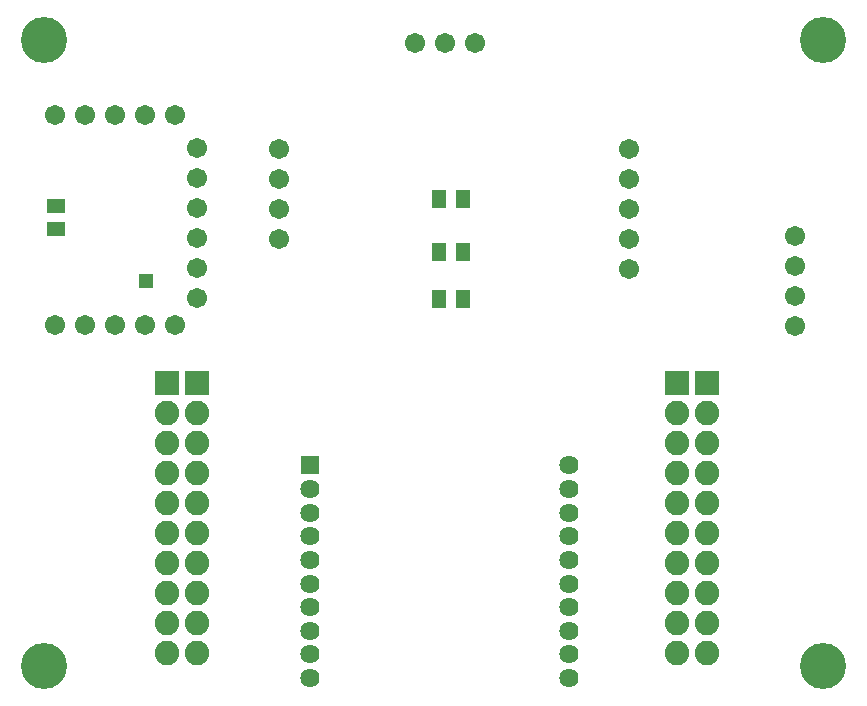
<source format=gbs>
G75*
%MOIN*%
%OFA0B0*%
%FSLAX25Y25*%
%IPPOS*%
%LPD*%
%AMOC8*
5,1,8,0,0,1.08239X$1,22.5*
%
%ADD10C,0.15367*%
%ADD11R,0.08200X0.08200*%
%ADD12C,0.08200*%
%ADD13C,0.06737*%
%ADD14R,0.05131X0.06312*%
%ADD15R,0.06312X0.05131*%
%ADD16C,0.06400*%
%ADD17R,0.06400X0.06400*%
%ADD18R,0.05156X0.05156*%
D10*
X0090702Y0017548D03*
X0090702Y0226209D03*
X0350544Y0226209D03*
X0350544Y0017548D03*
D11*
X0311804Y0111800D03*
X0301804Y0111800D03*
X0141804Y0111800D03*
X0131804Y0111800D03*
D12*
X0131804Y0101800D03*
X0131804Y0091800D03*
X0131804Y0081800D03*
X0131804Y0071800D03*
X0131804Y0061800D03*
X0131804Y0051800D03*
X0131804Y0041800D03*
X0131804Y0031800D03*
X0131804Y0021800D03*
X0141804Y0021800D03*
X0141804Y0031800D03*
X0141804Y0041800D03*
X0141804Y0051800D03*
X0141804Y0061800D03*
X0141804Y0071800D03*
X0141804Y0081800D03*
X0141804Y0091800D03*
X0141804Y0101800D03*
X0301804Y0101800D03*
X0311804Y0101800D03*
X0311804Y0091800D03*
X0301804Y0091800D03*
X0301804Y0081800D03*
X0311804Y0081800D03*
X0311804Y0071800D03*
X0301804Y0071800D03*
X0301804Y0061800D03*
X0311804Y0061800D03*
X0311804Y0051800D03*
X0301804Y0051800D03*
X0301804Y0041800D03*
X0311804Y0041800D03*
X0311804Y0031800D03*
X0301804Y0031800D03*
X0301804Y0021800D03*
X0311804Y0021800D03*
D13*
X0341233Y0130969D03*
X0341233Y0140969D03*
X0341233Y0150969D03*
X0341233Y0160969D03*
X0285793Y0159883D03*
X0285793Y0169883D03*
X0285793Y0179883D03*
X0285793Y0189883D03*
X0285793Y0149883D03*
X0234560Y0225146D03*
X0224560Y0225146D03*
X0214560Y0225146D03*
X0169100Y0189883D03*
X0169100Y0179883D03*
X0169100Y0169883D03*
X0169100Y0159883D03*
X0141706Y0160402D03*
X0141706Y0150402D03*
X0141706Y0140402D03*
X0134383Y0131190D03*
X0124383Y0131190D03*
X0114383Y0131190D03*
X0104383Y0131190D03*
X0094383Y0131190D03*
X0141706Y0170402D03*
X0141706Y0180402D03*
X0141706Y0190402D03*
X0134383Y0201190D03*
X0124383Y0201190D03*
X0114383Y0201190D03*
X0104383Y0201190D03*
X0094383Y0201190D03*
D14*
X0222560Y0173343D03*
X0230434Y0173343D03*
X0230434Y0155595D03*
X0222560Y0155595D03*
X0222560Y0139847D03*
X0230434Y0139847D03*
D15*
X0094639Y0163217D03*
X0094639Y0171091D03*
D16*
X0179347Y0076580D03*
X0179347Y0068706D03*
X0179347Y0060831D03*
X0179347Y0052957D03*
X0179347Y0045083D03*
X0179347Y0037209D03*
X0179347Y0029335D03*
X0179347Y0021461D03*
X0179347Y0013587D03*
X0265961Y0013587D03*
X0265961Y0021461D03*
X0265961Y0029335D03*
X0265961Y0037209D03*
X0265961Y0045083D03*
X0265961Y0052957D03*
X0265961Y0060831D03*
X0265961Y0068706D03*
X0265961Y0076580D03*
X0265961Y0084454D03*
D17*
X0179347Y0084454D03*
D18*
X0124954Y0145800D03*
M02*

</source>
